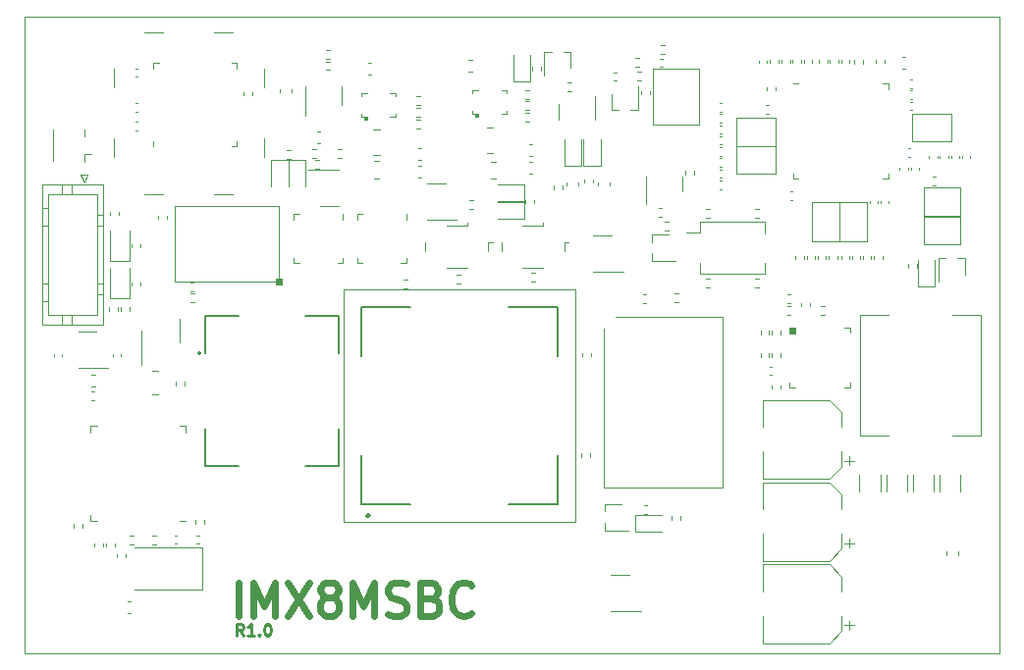
<source format=gbr>
%TF.GenerationSoftware,KiCad,Pcbnew,7.99.0-3958-g1df84f4d92*%
%TF.CreationDate,2023-12-24T01:25:56+01:00*%
%TF.ProjectId,SBC,5342432e-6b69-4636-9164-5f7063625858,rev?*%
%TF.SameCoordinates,Original*%
%TF.FileFunction,Legend,Top*%
%TF.FilePolarity,Positive*%
%FSLAX46Y46*%
G04 Gerber Fmt 4.6, Leading zero omitted, Abs format (unit mm)*
G04 Created by KiCad (PCBNEW 7.99.0-3958-g1df84f4d92) date 2023-12-24 01:25:56*
%MOMM*%
%LPD*%
G01*
G04 APERTURE LIST*
%ADD10C,0.250000*%
%ADD11C,0.600000*%
%ADD12C,0.120000*%
%ADD13C,0.100000*%
%ADD14C,0.127000*%
%ADD15C,0.200000*%
%ADD16C,0.240000*%
%TA.AperFunction,Profile*%
%ADD17C,0.100000*%
%TD*%
G04 APERTURE END LIST*
D10*
X76380128Y-130996033D02*
X76046795Y-130519842D01*
X75808700Y-130996033D02*
X75808700Y-129996033D01*
X75808700Y-129996033D02*
X76189652Y-129996033D01*
X76189652Y-129996033D02*
X76284890Y-130043652D01*
X76284890Y-130043652D02*
X76332509Y-130091271D01*
X76332509Y-130091271D02*
X76380128Y-130186509D01*
X76380128Y-130186509D02*
X76380128Y-130329366D01*
X76380128Y-130329366D02*
X76332509Y-130424604D01*
X76332509Y-130424604D02*
X76284890Y-130472223D01*
X76284890Y-130472223D02*
X76189652Y-130519842D01*
X76189652Y-130519842D02*
X75808700Y-130519842D01*
X77332509Y-130996033D02*
X76761081Y-130996033D01*
X77046795Y-130996033D02*
X77046795Y-129996033D01*
X77046795Y-129996033D02*
X76951557Y-130138890D01*
X76951557Y-130138890D02*
X76856319Y-130234128D01*
X76856319Y-130234128D02*
X76761081Y-130281747D01*
X77761081Y-130900794D02*
X77808700Y-130948414D01*
X77808700Y-130948414D02*
X77761081Y-130996033D01*
X77761081Y-130996033D02*
X77713462Y-130948414D01*
X77713462Y-130948414D02*
X77761081Y-130900794D01*
X77761081Y-130900794D02*
X77761081Y-130996033D01*
X78427747Y-129996033D02*
X78522985Y-129996033D01*
X78522985Y-129996033D02*
X78618223Y-130043652D01*
X78618223Y-130043652D02*
X78665842Y-130091271D01*
X78665842Y-130091271D02*
X78713461Y-130186509D01*
X78713461Y-130186509D02*
X78761080Y-130376985D01*
X78761080Y-130376985D02*
X78761080Y-130615080D01*
X78761080Y-130615080D02*
X78713461Y-130805556D01*
X78713461Y-130805556D02*
X78665842Y-130900794D01*
X78665842Y-130900794D02*
X78618223Y-130948414D01*
X78618223Y-130948414D02*
X78522985Y-130996033D01*
X78522985Y-130996033D02*
X78427747Y-130996033D01*
X78427747Y-130996033D02*
X78332509Y-130948414D01*
X78332509Y-130948414D02*
X78284890Y-130900794D01*
X78284890Y-130900794D02*
X78237271Y-130805556D01*
X78237271Y-130805556D02*
X78189652Y-130615080D01*
X78189652Y-130615080D02*
X78189652Y-130376985D01*
X78189652Y-130376985D02*
X78237271Y-130186509D01*
X78237271Y-130186509D02*
X78284890Y-130091271D01*
X78284890Y-130091271D02*
X78332509Y-130043652D01*
X78332509Y-130043652D02*
X78427747Y-129996033D01*
D11*
X75947880Y-129322909D02*
X75947880Y-126422909D01*
X77281213Y-129322909D02*
X77281213Y-126422909D01*
X77281213Y-126422909D02*
X78214547Y-128494337D01*
X78214547Y-128494337D02*
X79147880Y-126422909D01*
X79147880Y-126422909D02*
X79147880Y-129322909D01*
X80214547Y-126422909D02*
X82081213Y-129322909D01*
X82081213Y-126422909D02*
X80214547Y-129322909D01*
X83547880Y-127665766D02*
X83281214Y-127527671D01*
X83281214Y-127527671D02*
X83147880Y-127389575D01*
X83147880Y-127389575D02*
X83014547Y-127113385D01*
X83014547Y-127113385D02*
X83014547Y-126975290D01*
X83014547Y-126975290D02*
X83147880Y-126699099D01*
X83147880Y-126699099D02*
X83281214Y-126561004D01*
X83281214Y-126561004D02*
X83547880Y-126422909D01*
X83547880Y-126422909D02*
X84081214Y-126422909D01*
X84081214Y-126422909D02*
X84347880Y-126561004D01*
X84347880Y-126561004D02*
X84481214Y-126699099D01*
X84481214Y-126699099D02*
X84614547Y-126975290D01*
X84614547Y-126975290D02*
X84614547Y-127113385D01*
X84614547Y-127113385D02*
X84481214Y-127389575D01*
X84481214Y-127389575D02*
X84347880Y-127527671D01*
X84347880Y-127527671D02*
X84081214Y-127665766D01*
X84081214Y-127665766D02*
X83547880Y-127665766D01*
X83547880Y-127665766D02*
X83281214Y-127803861D01*
X83281214Y-127803861D02*
X83147880Y-127941956D01*
X83147880Y-127941956D02*
X83014547Y-128218147D01*
X83014547Y-128218147D02*
X83014547Y-128770528D01*
X83014547Y-128770528D02*
X83147880Y-129046718D01*
X83147880Y-129046718D02*
X83281214Y-129184814D01*
X83281214Y-129184814D02*
X83547880Y-129322909D01*
X83547880Y-129322909D02*
X84081214Y-129322909D01*
X84081214Y-129322909D02*
X84347880Y-129184814D01*
X84347880Y-129184814D02*
X84481214Y-129046718D01*
X84481214Y-129046718D02*
X84614547Y-128770528D01*
X84614547Y-128770528D02*
X84614547Y-128218147D01*
X84614547Y-128218147D02*
X84481214Y-127941956D01*
X84481214Y-127941956D02*
X84347880Y-127803861D01*
X84347880Y-127803861D02*
X84081214Y-127665766D01*
X85814547Y-129322909D02*
X85814547Y-126422909D01*
X85814547Y-126422909D02*
X86747881Y-128494337D01*
X86747881Y-128494337D02*
X87681214Y-126422909D01*
X87681214Y-126422909D02*
X87681214Y-129322909D01*
X88881214Y-129184814D02*
X89281214Y-129322909D01*
X89281214Y-129322909D02*
X89947881Y-129322909D01*
X89947881Y-129322909D02*
X90214547Y-129184814D01*
X90214547Y-129184814D02*
X90347881Y-129046718D01*
X90347881Y-129046718D02*
X90481214Y-128770528D01*
X90481214Y-128770528D02*
X90481214Y-128494337D01*
X90481214Y-128494337D02*
X90347881Y-128218147D01*
X90347881Y-128218147D02*
X90214547Y-128080052D01*
X90214547Y-128080052D02*
X89947881Y-127941956D01*
X89947881Y-127941956D02*
X89414547Y-127803861D01*
X89414547Y-127803861D02*
X89147881Y-127665766D01*
X89147881Y-127665766D02*
X89014547Y-127527671D01*
X89014547Y-127527671D02*
X88881214Y-127251480D01*
X88881214Y-127251480D02*
X88881214Y-126975290D01*
X88881214Y-126975290D02*
X89014547Y-126699099D01*
X89014547Y-126699099D02*
X89147881Y-126561004D01*
X89147881Y-126561004D02*
X89414547Y-126422909D01*
X89414547Y-126422909D02*
X90081214Y-126422909D01*
X90081214Y-126422909D02*
X90481214Y-126561004D01*
X92614548Y-127803861D02*
X93014548Y-127941956D01*
X93014548Y-127941956D02*
X93147881Y-128080052D01*
X93147881Y-128080052D02*
X93281214Y-128356242D01*
X93281214Y-128356242D02*
X93281214Y-128770528D01*
X93281214Y-128770528D02*
X93147881Y-129046718D01*
X93147881Y-129046718D02*
X93014548Y-129184814D01*
X93014548Y-129184814D02*
X92747881Y-129322909D01*
X92747881Y-129322909D02*
X91681214Y-129322909D01*
X91681214Y-129322909D02*
X91681214Y-126422909D01*
X91681214Y-126422909D02*
X92614548Y-126422909D01*
X92614548Y-126422909D02*
X92881214Y-126561004D01*
X92881214Y-126561004D02*
X93014548Y-126699099D01*
X93014548Y-126699099D02*
X93147881Y-126975290D01*
X93147881Y-126975290D02*
X93147881Y-127251480D01*
X93147881Y-127251480D02*
X93014548Y-127527671D01*
X93014548Y-127527671D02*
X92881214Y-127665766D01*
X92881214Y-127665766D02*
X92614548Y-127803861D01*
X92614548Y-127803861D02*
X91681214Y-127803861D01*
X96081214Y-129046718D02*
X95947881Y-129184814D01*
X95947881Y-129184814D02*
X95547881Y-129322909D01*
X95547881Y-129322909D02*
X95281214Y-129322909D01*
X95281214Y-129322909D02*
X94881214Y-129184814D01*
X94881214Y-129184814D02*
X94614548Y-128908623D01*
X94614548Y-128908623D02*
X94481214Y-128632433D01*
X94481214Y-128632433D02*
X94347881Y-128080052D01*
X94347881Y-128080052D02*
X94347881Y-127665766D01*
X94347881Y-127665766D02*
X94481214Y-127113385D01*
X94481214Y-127113385D02*
X94614548Y-126837194D01*
X94614548Y-126837194D02*
X94881214Y-126561004D01*
X94881214Y-126561004D02*
X95281214Y-126422909D01*
X95281214Y-126422909D02*
X95547881Y-126422909D01*
X95547881Y-126422909D02*
X95947881Y-126561004D01*
X95947881Y-126561004D02*
X96081214Y-126699099D01*
D12*
%TO.C,D4*%
X104074481Y-88175014D02*
X104074481Y-90460014D01*
X104074481Y-90460014D02*
X105544481Y-90460014D01*
X105544481Y-90460014D02*
X105544481Y-88175014D01*
%TO.C,R84*%
X96208722Y-93438814D02*
X95901440Y-93438814D01*
X96208722Y-94198814D02*
X95901440Y-94198814D01*
%TO.C,R107*%
X61768081Y-121658455D02*
X61768081Y-121351173D01*
X62528081Y-121658455D02*
X62528081Y-121351173D01*
%TO.C,J3*%
X59067481Y-92058014D02*
X59067481Y-104178014D01*
X59067481Y-94088014D02*
X59577481Y-94088014D01*
X59067481Y-95588014D02*
X59577481Y-95588014D01*
X59067481Y-100648014D02*
X59577481Y-100648014D01*
X59067481Y-102148014D02*
X59577481Y-102148014D01*
X59067481Y-104178014D02*
X64287481Y-104178014D01*
X59577481Y-92918014D02*
X59577481Y-103318014D01*
X59577481Y-103318014D02*
X63777481Y-103318014D01*
X60777481Y-92058014D02*
X60777481Y-92918014D01*
X60777481Y-104178014D02*
X60777481Y-103318014D01*
X61577481Y-92058014D02*
X61577481Y-92918014D01*
X61577481Y-104178014D02*
X61577481Y-103318014D01*
X62377481Y-91258014D02*
X62977481Y-91258014D01*
X62677481Y-91858014D02*
X62377481Y-91258014D01*
X62977481Y-91258014D02*
X62677481Y-91858014D01*
X63777481Y-92918014D02*
X59577481Y-92918014D01*
X63777481Y-103318014D02*
X63777481Y-92918014D01*
X64287481Y-92058014D02*
X59067481Y-92058014D01*
X64287481Y-94648014D02*
X63777481Y-94648014D01*
X64287481Y-95588014D02*
X63777481Y-95588014D01*
X64287481Y-100648014D02*
X63777481Y-100648014D01*
X64287481Y-101588014D02*
X63777481Y-101588014D01*
X64287481Y-104178014D02*
X64287481Y-92058014D01*
%TO.C,U14*%
X79452681Y-100424314D02*
X70452681Y-100424314D01*
X70452681Y-93924314D01*
X79452681Y-93924314D01*
X79452681Y-100424314D01*
X79702681Y-100674314D02*
X79202681Y-100674314D01*
X79202681Y-100174314D01*
X79702681Y-100174314D01*
X79702681Y-100674314D01*
G36*
X79702681Y-100674314D02*
G01*
X79202681Y-100674314D01*
X79202681Y-100174314D01*
X79702681Y-100174314D01*
X79702681Y-100674314D01*
G37*
%TO.C,U10*%
X107349481Y-96441014D02*
X106549481Y-96441014D01*
X107349481Y-96441014D02*
X108149481Y-96441014D01*
X107349481Y-99561014D02*
X106549481Y-99561014D01*
X107349481Y-99561014D02*
X109149481Y-99561014D01*
%TO.C,R77*%
X111237022Y-119735414D02*
X110929740Y-119735414D01*
X111237022Y-120495414D02*
X110929740Y-120495414D01*
%TO.C,C17*%
X121983462Y-109442192D02*
X121983462Y-109657864D01*
X122703462Y-109442192D02*
X122703462Y-109657864D01*
%TO.C,C60*%
X123747836Y-92670400D02*
X123532164Y-92670400D01*
X123747836Y-93390400D02*
X123532164Y-93390400D01*
%TO.C,R3*%
X121938462Y-104998669D02*
X121938462Y-104691387D01*
X122698462Y-104998669D02*
X122698462Y-104691387D01*
%TO.C,C327*%
X65522500Y-124022564D02*
X65522500Y-124238236D01*
X66242500Y-124022564D02*
X66242500Y-124238236D01*
%TO.C,R31*%
X105826481Y-91598393D02*
X105826481Y-91933635D01*
X106586481Y-91598393D02*
X106586481Y-91933635D01*
%TO.C,R86*%
X71873840Y-101438014D02*
X72181122Y-101438014D01*
X71873840Y-102198014D02*
X72181122Y-102198014D01*
%TO.C,C54*%
X117651298Y-91752527D02*
X117435626Y-91752527D01*
X117651298Y-92472527D02*
X117435626Y-92472527D01*
%TO.C,C317*%
X63560000Y-123085064D02*
X63560000Y-123300736D01*
X64280000Y-123085064D02*
X64280000Y-123300736D01*
%TO.C,C34*%
X128883462Y-98249692D02*
X128883462Y-98465364D01*
X129603462Y-98249692D02*
X129603462Y-98465364D01*
%TO.C,D5*%
X134579881Y-98563614D02*
X134579881Y-100848614D01*
X134579881Y-100848614D02*
X136049881Y-100848614D01*
X136049881Y-100848614D02*
X136049881Y-98563614D01*
%TO.C,U5*%
X86552481Y-84220014D02*
X87052481Y-84220014D01*
X86552481Y-84470014D02*
X86552481Y-84220014D01*
X86552481Y-85970014D02*
X86552481Y-86220014D01*
X86552481Y-86220014D02*
X87052481Y-86220014D01*
X89052481Y-86220014D02*
X89552481Y-86220014D01*
X89552481Y-84220014D02*
X89052481Y-84220014D01*
X89552481Y-84470014D02*
X89552481Y-84220014D01*
X89552481Y-86220014D02*
X89552481Y-85970014D01*
X86802481Y-86470014D02*
X87052481Y-86470014D01*
X87052481Y-86220014D01*
X86802481Y-86220014D01*
X86802481Y-86470014D01*
G36*
X86802481Y-86470014D02*
G01*
X87052481Y-86470014D01*
X87052481Y-86220014D01*
X86802481Y-86220014D01*
X86802481Y-86470014D01*
G37*
%TO.C,R109*%
X66936141Y-122350400D02*
X66628859Y-122350400D01*
X66936141Y-123110400D02*
X66628859Y-123110400D01*
%TO.C,R23*%
X83559860Y-81438014D02*
X83895102Y-81438014D01*
X83559860Y-82198014D02*
X83895102Y-82198014D01*
%TO.C,R90*%
X64860000Y-94703641D02*
X64860000Y-94396359D01*
X65620000Y-94703641D02*
X65620000Y-94396359D01*
%TO.C,C63*%
X110733000Y-84235836D02*
X110733000Y-84020164D01*
X111453000Y-84235836D02*
X111453000Y-84020164D01*
%TO.C,R9*%
X129078462Y-81613669D02*
X129078462Y-81306387D01*
X129838462Y-81613669D02*
X129838462Y-81306387D01*
%TO.C,C39*%
X129833462Y-98249692D02*
X129833462Y-98465364D01*
X130553462Y-98249692D02*
X130553462Y-98465364D01*
%TO.C,U19*%
X68617481Y-81558014D02*
X69092481Y-81558014D01*
X68617481Y-82033014D02*
X68617481Y-81558014D01*
X68617481Y-88303014D02*
X68617481Y-88778014D01*
X75837481Y-81558014D02*
X75362481Y-81558014D01*
X75837481Y-82033014D02*
X75837481Y-81558014D01*
X75837481Y-88303014D02*
X75837481Y-88778014D01*
X75837481Y-88778014D02*
X75362481Y-88778014D01*
%TO.C,C38*%
X137420000Y-89602564D02*
X137420000Y-89818236D01*
X138140000Y-89602564D02*
X138140000Y-89818236D01*
%TO.C,C59*%
X130395962Y-93462192D02*
X130395962Y-93677864D01*
X131115962Y-93462192D02*
X131115962Y-93677864D01*
%TO.C,L5*%
X125393462Y-96975028D02*
X127793462Y-96975028D01*
X127793462Y-93575028D01*
X125393462Y-93575028D01*
X125393462Y-96975028D01*
%TO.C,C62*%
X133878126Y-84910028D02*
X134093798Y-84910028D01*
X133878126Y-85630028D02*
X134093798Y-85630028D01*
%TO.C,U2*%
X123483462Y-109630028D02*
X123483462Y-109155028D01*
X123958462Y-109630028D02*
X123483462Y-109630028D01*
X128228462Y-104410028D02*
X128703462Y-104410028D01*
X128228462Y-109630028D02*
X128703462Y-109630028D01*
X128703462Y-104410028D02*
X128703462Y-104885028D01*
X128703462Y-109630028D02*
X128703462Y-109155028D01*
D13*
X123493462Y-104420028D02*
X123993462Y-104420028D01*
X123993462Y-104920028D01*
X123493462Y-104920028D01*
X123493462Y-104420028D01*
G36*
X123493462Y-104420028D02*
G01*
X123993462Y-104420028D01*
X123993462Y-104920028D01*
X123493462Y-104920028D01*
X123493462Y-104420028D01*
G37*
D12*
%TO.C,C1*%
X122001298Y-107810028D02*
X121785626Y-107810028D01*
X122001298Y-108530028D02*
X121785626Y-108530028D01*
%TO.C,R1*%
X121938462Y-106923669D02*
X121938462Y-106616387D01*
X122698462Y-106923669D02*
X122698462Y-106616387D01*
%TO.C,U12*%
X107485000Y-118190400D02*
X107485000Y-104470400D01*
X108485000Y-103470400D02*
X117705000Y-103470400D01*
X117705000Y-103470400D02*
X117705000Y-118190400D01*
X117705000Y-118190400D02*
X107485000Y-118190400D01*
%TO.C,J2*%
X65194481Y-82105014D02*
X65194481Y-83705014D01*
X65194481Y-88105014D02*
X65194481Y-89705014D01*
X67894481Y-78925014D02*
X69494481Y-78925014D01*
X67894481Y-92885014D02*
X69494481Y-92885014D01*
X73894481Y-78925014D02*
X75494481Y-78925014D01*
X73894481Y-92885014D02*
X75494481Y-92885014D01*
X78194481Y-82105014D02*
X78194481Y-83705014D01*
X78194481Y-88105014D02*
X78194481Y-89705014D01*
%TO.C,C316*%
X67285317Y-85058014D02*
X67069645Y-85058014D01*
X67285317Y-85778014D02*
X67069645Y-85778014D01*
%TO.C,C75*%
X91467901Y-90425014D02*
X91749061Y-90425014D01*
X91467901Y-91445014D02*
X91749061Y-91445014D01*
%TO.C,R17*%
X110660621Y-82348000D02*
X110325379Y-82348000D01*
X110660621Y-83108000D02*
X110325379Y-83108000D01*
%TO.C,R14*%
X123763462Y-81291387D02*
X123763462Y-81598669D01*
X124523462Y-81291387D02*
X124523462Y-81598669D01*
%TO.C,C46*%
X129533462Y-117133776D02*
X129533462Y-118556280D01*
X131353462Y-117133776D02*
X131353462Y-118556280D01*
%TO.C,R67*%
X111146641Y-101544200D02*
X110839359Y-101544200D01*
X111146641Y-102304200D02*
X110839359Y-102304200D01*
%TO.C,D8*%
X98305081Y-95036414D02*
X100590081Y-95036414D01*
X100590081Y-93566414D02*
X98305081Y-93566414D01*
X100590081Y-95036414D02*
X100590081Y-93566414D01*
%TO.C,R7*%
X124495481Y-102266973D02*
X124495481Y-102574255D01*
X125255481Y-102266973D02*
X125255481Y-102574255D01*
%TO.C,L1*%
X118918462Y-86325028D02*
X122318462Y-86325028D01*
X122318462Y-88725028D01*
X118918462Y-88725028D01*
X118918462Y-86325028D01*
%TO.C,U15*%
X86215481Y-94645214D02*
X86690481Y-94645214D01*
X86215481Y-95120214D02*
X86215481Y-94645214D01*
X86215481Y-98390214D02*
X86215481Y-98865214D01*
X86215481Y-98865214D02*
X86690481Y-98865214D01*
X90435481Y-95120214D02*
X90435481Y-94645214D01*
X90435481Y-98390214D02*
X90435481Y-98865214D01*
X90435481Y-98865214D02*
X89960481Y-98865214D01*
%TO.C,R89*%
X80444522Y-89094314D02*
X80137240Y-89094314D01*
X80444522Y-89854314D02*
X80137240Y-89854314D01*
%TO.C,C287*%
X133481061Y-81035014D02*
X133199901Y-81035014D01*
X133481061Y-82055014D02*
X133199901Y-82055014D01*
%TO.C,R59*%
X114485481Y-90891373D02*
X114485481Y-91198655D01*
X115245481Y-90891373D02*
X115245481Y-91198655D01*
%TO.C,C49*%
X117651298Y-89815861D02*
X117435626Y-89815861D01*
X117651298Y-90535861D02*
X117435626Y-90535861D01*
%TO.C,R10*%
X122813462Y-81598669D02*
X122813462Y-81291387D01*
X123573462Y-81598669D02*
X123573462Y-81291387D01*
%TO.C,C20*%
X121183462Y-117760028D02*
X121183462Y-120110028D01*
X121183462Y-124580028D02*
X121183462Y-122230028D01*
X126939025Y-117760028D02*
X121183462Y-117760028D01*
X126939025Y-124580028D02*
X121183462Y-124580028D01*
X128003462Y-118824465D02*
X126939025Y-117760028D01*
X128003462Y-118824465D02*
X128003462Y-120110028D01*
X128003462Y-123515591D02*
X126939025Y-124580028D01*
X128003462Y-123515591D02*
X128003462Y-122230028D01*
X128637212Y-123411278D02*
X128637212Y-122623778D01*
X129030962Y-123017528D02*
X128243462Y-123017528D01*
%TO.C,C85*%
X101046706Y-90074214D02*
X101327866Y-90074214D01*
X101046706Y-91094214D02*
X101327866Y-91094214D01*
%TO.C,L4*%
X137468462Y-88325028D02*
X134068462Y-88325028D01*
X134068462Y-85925028D01*
X137468462Y-85925028D01*
X137468462Y-88325028D01*
%TO.C,C44*%
X117651298Y-88847528D02*
X117435626Y-88847528D01*
X117651298Y-89567528D02*
X117435626Y-89567528D01*
%TO.C,C73*%
X82728901Y-87523514D02*
X83010061Y-87523514D01*
X82728901Y-88543514D02*
X83010061Y-88543514D01*
%TO.C,D7*%
X98305081Y-93537814D02*
X100590081Y-93537814D01*
X100590081Y-92067814D02*
X98305081Y-92067814D01*
X100590081Y-93537814D02*
X100590081Y-92067814D01*
%TO.C,Q3*%
X102321767Y-80617095D02*
X102321767Y-82647095D01*
X102321767Y-80617095D02*
X102981767Y-80617095D01*
X103981767Y-80617095D02*
X104641767Y-80617095D01*
X104641767Y-82027095D02*
X104641767Y-80617095D01*
%TO.C,C53*%
X131345962Y-93462192D02*
X131345962Y-93677864D01*
X132065962Y-93462192D02*
X132065962Y-93677864D01*
%TO.C,C315*%
X67285317Y-86658014D02*
X67069645Y-86658014D01*
X67285317Y-87378014D02*
X67069645Y-87378014D01*
%TO.C,C26*%
X127958462Y-81337192D02*
X127958462Y-81552864D01*
X128678462Y-81337192D02*
X128678462Y-81552864D01*
%TO.C,FB8*%
X63257221Y-108482900D02*
X63582779Y-108482900D01*
X63257221Y-109502900D02*
X63582779Y-109502900D01*
%TO.C,R25*%
X91649102Y-86491014D02*
X91313860Y-86491014D01*
X91649102Y-87251014D02*
X91313860Y-87251014D01*
%TO.C,C64*%
X65110000Y-106886298D02*
X65110000Y-106670626D01*
X65830000Y-106886298D02*
X65830000Y-106670626D01*
%TO.C,R79*%
X116291040Y-94183014D02*
X116598322Y-94183014D01*
X116291040Y-94943014D02*
X116598322Y-94943014D01*
%TO.C,L2*%
X118918462Y-88725028D02*
X122318462Y-88725028D01*
X122318462Y-91125028D01*
X118918462Y-91125028D01*
X118918462Y-88725028D01*
%TO.C,C76*%
X87149901Y-81535014D02*
X87431061Y-81535014D01*
X87149901Y-82555014D02*
X87431061Y-82555014D01*
D14*
%TO.C,U13*%
X73100000Y-103375000D02*
X73100000Y-106625000D01*
X73100000Y-103375000D02*
X75975000Y-103375000D01*
X73100000Y-116375000D02*
X73100000Y-113125000D01*
X73100000Y-116375000D02*
X75975000Y-116375000D01*
X84600000Y-103375000D02*
X81725000Y-103375000D01*
X84600000Y-103375000D02*
X84600000Y-106625000D01*
X84600000Y-116375000D02*
X81725000Y-116375000D01*
X84600000Y-116375000D02*
X84600000Y-113125000D01*
D15*
X72700000Y-106625000D02*
G75*
G02*
X72500000Y-106625000I-100000J0D01*
G01*
X72500000Y-106625000D02*
G75*
G02*
X72700000Y-106625000I100000J0D01*
G01*
D12*
%TO.C,R12*%
X121813462Y-81291387D02*
X121813462Y-81598669D01*
X122573462Y-81291387D02*
X122573462Y-81598669D01*
%TO.C,R19*%
X84557360Y-89038014D02*
X84892602Y-89038014D01*
X84557360Y-89798014D02*
X84892602Y-89798014D01*
%TO.C,C77*%
X91467901Y-88901014D02*
X91749061Y-88901014D01*
X91467901Y-89921014D02*
X91749061Y-89921014D01*
%TO.C,C27*%
X121183462Y-110660028D02*
X121183462Y-113010028D01*
X121183462Y-117480028D02*
X121183462Y-115130028D01*
X126939025Y-110660028D02*
X121183462Y-110660028D01*
X126939025Y-117480028D02*
X121183462Y-117480028D01*
X128003462Y-111724465D02*
X126939025Y-110660028D01*
X128003462Y-111724465D02*
X128003462Y-113010028D01*
X128003462Y-116415591D02*
X126939025Y-117480028D01*
X128003462Y-116415591D02*
X128003462Y-115130028D01*
X128637212Y-116311278D02*
X128637212Y-115523778D01*
X129030962Y-115917528D02*
X128243462Y-115917528D01*
%TO.C,R75*%
X133690281Y-99237855D02*
X133690281Y-98930573D01*
X134450281Y-99237855D02*
X134450281Y-98930573D01*
%TO.C,R2*%
X120988462Y-106923669D02*
X120988462Y-106616387D01*
X121748462Y-106923669D02*
X121748462Y-106616387D01*
%TO.C,R78*%
X120528840Y-94183014D02*
X120836122Y-94183014D01*
X120528840Y-94943014D02*
X120836122Y-94943014D01*
%TO.C,L3*%
X127793462Y-96975028D02*
X130193462Y-96975028D01*
X130193462Y-93575028D01*
X127793462Y-93575028D01*
X127793462Y-96975028D01*
%TO.C,Q7*%
X111664681Y-97019814D02*
X111664681Y-96359814D01*
X111664681Y-98679814D02*
X111664681Y-98019814D01*
X111664681Y-98679814D02*
X113694681Y-98679814D01*
X113074681Y-96359814D02*
X111664681Y-96359814D01*
%TO.C,C50*%
X117651298Y-86947528D02*
X117435626Y-86947528D01*
X117651298Y-87667528D02*
X117435626Y-87667528D01*
%TO.C,C80*%
X106966481Y-92163594D02*
X106966481Y-91882434D01*
X107986481Y-92163594D02*
X107986481Y-91882434D01*
%TO.C,U6*%
X67631281Y-104659014D02*
X67631281Y-107659014D01*
X70871281Y-103659014D02*
X70871281Y-105659014D01*
%TO.C,R35*%
X90239240Y-100296814D02*
X90546522Y-100296814D01*
X90239240Y-101056814D02*
X90546522Y-101056814D01*
%TO.C,C290*%
X137057200Y-124028180D02*
X137057200Y-123747020D01*
X138077200Y-124028180D02*
X138077200Y-123747020D01*
%TO.C,R18*%
X82645102Y-89038014D02*
X82309860Y-89038014D01*
X82645102Y-89798014D02*
X82309860Y-89798014D01*
%TO.C,C32*%
X126883462Y-98249692D02*
X126883462Y-98465364D01*
X127603462Y-98249692D02*
X127603462Y-98465364D01*
%TO.C,R57*%
X121535481Y-83641373D02*
X121535481Y-83948655D01*
X122295481Y-83641373D02*
X122295481Y-83948655D01*
%TO.C,R81*%
X116291040Y-100177414D02*
X116598322Y-100177414D01*
X116291040Y-100937414D02*
X116598322Y-100937414D01*
%TO.C,C16*%
X134093798Y-83010028D02*
X133878126Y-83010028D01*
X134093798Y-83730028D02*
X133878126Y-83730028D01*
%TO.C,L7*%
X68541629Y-108160414D02*
X69064133Y-108160414D01*
X68541629Y-110160414D02*
X69064133Y-110160414D01*
%TO.C,SW2*%
X135115481Y-94845014D02*
X138215481Y-94845014D01*
X138215481Y-97245014D01*
X135115481Y-97245014D01*
X135115481Y-94845014D01*
%TO.C,R108*%
X68528859Y-122350400D02*
X68836141Y-122350400D01*
X68528859Y-123110400D02*
X68836141Y-123110400D01*
%TO.C,SW1*%
X135115481Y-92345014D02*
X138215481Y-92345014D01*
X138215481Y-94745014D01*
X135115481Y-94745014D01*
X135115481Y-92345014D01*
%TO.C,C48*%
X120833462Y-81572864D02*
X120833462Y-81357192D01*
X121553462Y-81572864D02*
X121553462Y-81357192D01*
%TO.C,C42*%
X131833462Y-117133776D02*
X131833462Y-118556280D01*
X133653462Y-117133776D02*
X133653462Y-118556280D01*
%TO.C,R58*%
X136119122Y-91365014D02*
X135811840Y-91365014D01*
X136119122Y-92125014D02*
X135811840Y-92125014D01*
%TO.C,D10*%
X64870000Y-98690000D02*
X64870000Y-96030000D01*
X64870000Y-98690000D02*
X66570000Y-98690000D01*
X66570000Y-98690000D02*
X66570000Y-96030000D01*
%TO.C,L6*%
X129613462Y-103340028D02*
X129613462Y-113700028D01*
X129613462Y-113700028D02*
X132018462Y-113700028D01*
X132018462Y-103340028D02*
X129613462Y-103340028D01*
X137568462Y-103340028D02*
X139973462Y-103340028D01*
X139973462Y-103340028D02*
X139973462Y-113700028D01*
X139973462Y-113700028D02*
X137568462Y-113700028D01*
D14*
%TO.C,U9*%
X86545000Y-102655400D02*
X90795000Y-102655400D01*
X86545000Y-106905400D02*
X86545000Y-102655400D01*
X86545000Y-119655400D02*
X86545000Y-115405400D01*
X90795000Y-119655400D02*
X86545000Y-119655400D01*
X99295000Y-102655400D02*
X103545000Y-102655400D01*
X103545000Y-102655400D02*
X103545000Y-106905400D01*
X103545000Y-115405400D02*
X103545000Y-119655400D01*
X103545000Y-119655400D02*
X99295000Y-119655400D01*
D16*
X87265000Y-120655400D02*
G75*
G02*
X87025000Y-120655400I-120000J0D01*
G01*
X87025000Y-120655400D02*
G75*
G02*
X87265000Y-120655400I120000J0D01*
G01*
D12*
%TO.C,D2*%
X99698767Y-80928095D02*
X99698767Y-83213095D01*
X99698767Y-83213095D02*
X101168767Y-83213095D01*
X101168767Y-83213095D02*
X101168767Y-80928095D01*
%TO.C,U7*%
X96141767Y-83960228D02*
X96641767Y-83960228D01*
X96141767Y-84210228D02*
X96141767Y-83960228D01*
X96141767Y-85710228D02*
X96141767Y-85960228D01*
X96141767Y-85960228D02*
X96641767Y-85960228D01*
X98641767Y-85960228D02*
X99141767Y-85960228D01*
X99141767Y-83960228D02*
X98641767Y-83960228D01*
X99141767Y-84210228D02*
X99141767Y-83960228D01*
X99141767Y-85960228D02*
X99141767Y-85710228D01*
X96391767Y-86210228D02*
X96641767Y-86210228D01*
X96641767Y-85960228D01*
X96391767Y-85960228D01*
X96391767Y-86210228D01*
G36*
X96391767Y-86210228D02*
G01*
X96641767Y-86210228D01*
X96641767Y-85960228D01*
X96391767Y-85960228D01*
X96391767Y-86210228D01*
G37*
%TO.C,C61*%
X133690626Y-88965028D02*
X133906298Y-88965028D01*
X133690626Y-89685028D02*
X133906298Y-89685028D01*
%TO.C,HS1*%
X85046000Y-101155400D02*
X105046000Y-101155400D01*
X105046000Y-121155400D01*
X85046000Y-121155400D01*
X85046000Y-101155400D01*
%TO.C,U3*%
X62945000Y-104748462D02*
X62145000Y-104748462D01*
X62945000Y-104748462D02*
X63745000Y-104748462D01*
X62945000Y-107868462D02*
X62145000Y-107868462D01*
X62945000Y-107868462D02*
X64745000Y-107868462D01*
%TO.C,R27*%
X101059388Y-83930228D02*
X100724146Y-83930228D01*
X101059388Y-84690228D02*
X100724146Y-84690228D01*
%TO.C,C45*%
X117651298Y-87897528D02*
X117435626Y-87897528D01*
X117651298Y-88617528D02*
X117435626Y-88617528D01*
%TO.C,U1*%
X123783462Y-91580028D02*
X123783462Y-91105028D01*
X124258462Y-83360028D02*
X123783462Y-83360028D01*
X124258462Y-91580028D02*
X123783462Y-91580028D01*
X131528462Y-83360028D02*
X132003462Y-83360028D01*
X131528462Y-91580028D02*
X132003462Y-91580028D01*
X132003462Y-83360028D02*
X132003462Y-83835028D01*
X132003462Y-91580028D02*
X132003462Y-91105028D01*
%TO.C,C288*%
X66424901Y-128035014D02*
X66706061Y-128035014D01*
X66424901Y-129055014D02*
X66706061Y-129055014D01*
%TO.C,C57*%
X108335164Y-82393014D02*
X108550836Y-82393014D01*
X108335164Y-83113014D02*
X108550836Y-83113014D01*
%TO.C,R20*%
X70531081Y-109094393D02*
X70531081Y-109429635D01*
X71291081Y-109094393D02*
X71291081Y-109429635D01*
%TO.C,R93*%
X65820000Y-102993641D02*
X65820000Y-102686359D01*
X66580000Y-102993641D02*
X66580000Y-102686359D01*
%TO.C,R13*%
X124713462Y-81291387D02*
X124713462Y-81598669D01*
X125473462Y-81291387D02*
X125473462Y-81598669D01*
%TO.C,C52*%
X117651298Y-85047528D02*
X117435626Y-85047528D01*
X117651298Y-85767528D02*
X117435626Y-85767528D01*
%TO.C,C58*%
X130958462Y-81552864D02*
X130958462Y-81337192D01*
X131678462Y-81552864D02*
X131678462Y-81337192D01*
%TO.C,R92*%
X64847481Y-102993641D02*
X64847481Y-102686359D01*
X65607481Y-102993641D02*
X65607481Y-102686359D01*
%TO.C,C23*%
X127933462Y-98249692D02*
X127933462Y-98465364D01*
X128653462Y-98249692D02*
X128653462Y-98465364D01*
%TO.C,SH2*%
X98193831Y-90075228D02*
X97739703Y-90075228D01*
X98193831Y-91545228D02*
X97739703Y-91545228D01*
%TO.C,C33*%
X135510000Y-89602564D02*
X135510000Y-89818236D01*
X136230000Y-89602564D02*
X136230000Y-89818236D01*
%TO.C,R15*%
X112714102Y-80022014D02*
X112378860Y-80022014D01*
X112714102Y-80782014D02*
X112378860Y-80782014D01*
%TO.C,C29*%
X125933462Y-98249692D02*
X125933462Y-98465364D01*
X126653462Y-98249692D02*
X126653462Y-98465364D01*
%TO.C,C40*%
X134133462Y-117133776D02*
X134133462Y-118556280D01*
X135953462Y-117133776D02*
X135953462Y-118556280D01*
%TO.C,R106*%
X64540000Y-123346541D02*
X64540000Y-123039259D01*
X65300000Y-123346541D02*
X65300000Y-123039259D01*
%TO.C,C81*%
X104299481Y-92163594D02*
X104299481Y-91882434D01*
X105319481Y-92163594D02*
X105319481Y-91882434D01*
%TO.C,Q2*%
X115705481Y-82110014D02*
X111705481Y-82110014D01*
X111705481Y-86860014D01*
X115705481Y-86860014D01*
X115705481Y-82110014D01*
%TO.C,Q4*%
X108909481Y-125736014D02*
X108109481Y-125736014D01*
X108909481Y-125736014D02*
X109709481Y-125736014D01*
X108909481Y-128856014D02*
X108109481Y-128856014D01*
X108909481Y-128856014D02*
X110709481Y-128856014D01*
%TO.C,R88*%
X66770000Y-97513641D02*
X66770000Y-97206359D01*
X67530000Y-97513641D02*
X67530000Y-97206359D01*
%TO.C,Y5*%
X66982500Y-127030400D02*
X72882500Y-127030400D01*
X72882500Y-123430400D02*
X66982500Y-123430400D01*
X72882500Y-127030400D02*
X72882500Y-123430400D01*
%TO.C,R28*%
X104723102Y-83261014D02*
X104387860Y-83261014D01*
X104723102Y-84021014D02*
X104387860Y-84021014D01*
%TO.C,C55*%
X117651298Y-85997528D02*
X117435626Y-85997528D01*
X117651298Y-86717528D02*
X117435626Y-86717528D01*
%TO.C,SH1*%
X88115045Y-90073014D02*
X87660917Y-90073014D01*
X88115045Y-91543014D02*
X87660917Y-91543014D01*
%TO.C,R91*%
X66790000Y-100803641D02*
X66790000Y-100496359D01*
X67550000Y-100803641D02*
X67550000Y-100496359D01*
%TO.C,C319*%
X72374664Y-122370400D02*
X72590336Y-122370400D01*
X72374664Y-123090400D02*
X72590336Y-123090400D01*
%TO.C,U17*%
X63210000Y-112920400D02*
X63210000Y-113470400D01*
X63210000Y-121140400D02*
X63210000Y-120590400D01*
X63760000Y-112920400D02*
X63210000Y-112920400D01*
X63760000Y-121140400D02*
X63210000Y-121140400D01*
X70880000Y-112920400D02*
X71430000Y-112920400D01*
X70880000Y-121140400D02*
X71430000Y-121140400D01*
X71430000Y-112920400D02*
X71430000Y-113470400D01*
%TO.C,R30*%
X100724146Y-84905228D02*
X101059388Y-84905228D01*
X100724146Y-85665228D02*
X101059388Y-85665228D01*
%TO.C,C69*%
X60060000Y-106886298D02*
X60060000Y-106670626D01*
X60780000Y-106886298D02*
X60780000Y-106670626D01*
%TO.C,D11*%
X80292481Y-89970514D02*
X80292481Y-92255514D01*
X81762481Y-89970514D02*
X80292481Y-89970514D01*
X81762481Y-92255514D02*
X81762481Y-89970514D01*
%TO.C,C24*%
X126983462Y-81337192D02*
X126983462Y-81552864D01*
X127703462Y-81337192D02*
X127703462Y-81552864D01*
%TO.C,R66*%
X105523000Y-115300559D02*
X105523000Y-115607841D01*
X106283000Y-115300559D02*
X106283000Y-115607841D01*
%TO.C,SW3*%
X114614481Y-96230014D02*
X115804481Y-96230014D01*
X115804481Y-95315014D02*
X115804481Y-96230014D01*
X115804481Y-95315014D02*
X121325481Y-95315014D01*
X115804481Y-98800014D02*
X115804481Y-99775014D01*
X115804481Y-99775014D02*
X121325481Y-99775014D01*
X121325481Y-95315014D02*
X121325481Y-96290014D01*
X121325481Y-98800014D02*
X121325481Y-99775014D01*
%TO.C,C311*%
X67285317Y-82058014D02*
X67069645Y-82058014D01*
X67285317Y-82778014D02*
X67069645Y-82778014D01*
%TO.C,R60*%
X112211840Y-94065014D02*
X112519122Y-94065014D01*
X112211840Y-94825014D02*
X112519122Y-94825014D01*
%TO.C,Q8*%
X93009081Y-91954014D02*
X92209081Y-91954014D01*
X93009081Y-91954014D02*
X93809081Y-91954014D01*
X93009081Y-95074014D02*
X92209081Y-95074014D01*
X93009081Y-95074014D02*
X94809081Y-95074014D01*
%TO.C,R80*%
X120528840Y-100152014D02*
X120836122Y-100152014D01*
X120528840Y-100912014D02*
X120836122Y-100912014D01*
%TO.C,R22*%
X83559860Y-80438014D02*
X83895102Y-80438014D01*
X83559860Y-81198014D02*
X83895102Y-81198014D01*
%TO.C,R26*%
X91313860Y-85475014D02*
X91649102Y-85475014D01*
X91313860Y-86235014D02*
X91649102Y-86235014D01*
%TO.C,Q6*%
X107575381Y-120286214D02*
X107575381Y-119626214D01*
X107575381Y-121946214D02*
X107575381Y-121286214D01*
X107575381Y-121946214D02*
X109605381Y-121946214D01*
X108985381Y-119626214D02*
X107575381Y-119626214D01*
%TO.C,L8*%
X87626729Y-87285014D02*
X88149233Y-87285014D01*
X87626729Y-89505014D02*
X88149233Y-89505014D01*
%TO.C,C31*%
X130783462Y-98249692D02*
X130783462Y-98465364D01*
X131503462Y-98249692D02*
X131503462Y-98465364D01*
%TO.C,U8*%
X103564481Y-85150014D02*
X103564481Y-86450014D01*
X106684481Y-86450014D02*
X106684481Y-84450014D01*
%TO.C,C56*%
X112550836Y-81203000D02*
X112335164Y-81203000D01*
X112550836Y-81923000D02*
X112335164Y-81923000D01*
%TO.C,D6*%
X110207981Y-120599614D02*
X110207981Y-122069614D01*
X110207981Y-122069614D02*
X112492981Y-122069614D01*
X112492981Y-120599614D02*
X110207981Y-120599614D01*
%TO.C,C309*%
X70690336Y-122370400D02*
X70474664Y-122370400D01*
X70690336Y-123090400D02*
X70474664Y-123090400D01*
%TO.C,R87*%
X69047481Y-94754373D02*
X69047481Y-95061655D01*
X69807481Y-94754373D02*
X69807481Y-95061655D01*
%TO.C,R95*%
X72240000Y-121049259D02*
X72240000Y-121356541D01*
X73000000Y-121049259D02*
X73000000Y-121356541D01*
%TO.C,D9*%
X64860000Y-101900000D02*
X64860000Y-99240000D01*
X64860000Y-101900000D02*
X66560000Y-101900000D01*
X66560000Y-101900000D02*
X66560000Y-99240000D01*
%TO.C,R24*%
X101323767Y-81941474D02*
X101323767Y-82276716D01*
X102083767Y-81941474D02*
X102083767Y-82276716D01*
%TO.C,R85*%
X71798840Y-100538014D02*
X72106122Y-100538014D01*
X71798840Y-101298014D02*
X72106122Y-101298014D01*
%TO.C,C37*%
X124033462Y-98249692D02*
X124033462Y-98465364D01*
X124753462Y-98249692D02*
X124753462Y-98465364D01*
%TO.C,Q5*%
X136313881Y-98405014D02*
X136313881Y-100435014D01*
X136313881Y-98405014D02*
X136973881Y-98405014D01*
X137973881Y-98405014D02*
X138633881Y-98405014D01*
X138633881Y-99815014D02*
X138633881Y-98405014D01*
%TO.C,Y1*%
X92108481Y-97823014D02*
X92108481Y-97023014D01*
X93908481Y-95623014D02*
X95708481Y-95623014D01*
X95708481Y-95623014D02*
X95708481Y-95383014D01*
X95708481Y-99223014D02*
X93908481Y-99223014D01*
X97508481Y-97023014D02*
X97508481Y-97823014D01*
X97908481Y-97023014D02*
X97508481Y-97023014D01*
%TO.C,U16*%
X80764481Y-94629814D02*
X81239481Y-94629814D01*
X80764481Y-95104814D02*
X80764481Y-94629814D01*
X80764481Y-98374814D02*
X80764481Y-98849814D01*
X80764481Y-98849814D02*
X81239481Y-98849814D01*
X84984481Y-95104814D02*
X84984481Y-94629814D01*
X84984481Y-98374814D02*
X84984481Y-98849814D01*
X84984481Y-98849814D02*
X84509481Y-98849814D01*
%TO.C,L9*%
X97380515Y-87162814D02*
X97903019Y-87162814D01*
X97380515Y-89382814D02*
X97903019Y-89382814D01*
%TO.C,Y2*%
X98658481Y-97823014D02*
X98658481Y-97023014D01*
X100458481Y-95623014D02*
X102258481Y-95623014D01*
X102258481Y-95623014D02*
X102258481Y-95383014D01*
X102258481Y-99223014D02*
X100458481Y-99223014D01*
X104058481Y-97023014D02*
X104058481Y-97823014D01*
X104458481Y-97023014D02*
X104058481Y-97023014D01*
%TO.C,D3*%
X105725481Y-88175014D02*
X105725481Y-90460014D01*
X105725481Y-90460014D02*
X107195481Y-90460014D01*
X107195481Y-90460014D02*
X107195481Y-88175014D01*
%TO.C,R68*%
X113569359Y-101484200D02*
X113876641Y-101484200D01*
X113569359Y-102244200D02*
X113876641Y-102244200D01*
%TO.C,C18*%
X132983462Y-90597192D02*
X132983462Y-90812864D01*
X133703462Y-90597192D02*
X133703462Y-90812864D01*
%TO.C,R29*%
X101059388Y-85880228D02*
X100724146Y-85880228D01*
X101059388Y-86640228D02*
X100724146Y-86640228D01*
%TO.C,D12*%
X78819281Y-89985114D02*
X78819281Y-92270114D01*
X80289281Y-89985114D02*
X78819281Y-89985114D01*
X80289281Y-92270114D02*
X80289281Y-89985114D01*
%TO.C,J4*%
X59953481Y-90049014D02*
X59953481Y-87349014D01*
X62673481Y-87299014D02*
X62673481Y-87939014D01*
X62673481Y-89459014D02*
X63303481Y-89459014D01*
X62673481Y-90099014D02*
X62673481Y-89459014D01*
%TO.C,R53*%
X95089122Y-99837014D02*
X94781840Y-99837014D01*
X95089122Y-100597014D02*
X94781840Y-100597014D01*
%TO.C,R21*%
X91649102Y-84459014D02*
X91313860Y-84459014D01*
X91649102Y-85219014D02*
X91313860Y-85219014D01*
%TO.C,C321*%
X63507836Y-109932900D02*
X63292164Y-109932900D01*
X63507836Y-110652900D02*
X63292164Y-110652900D01*
%TO.C,R16*%
X110510621Y-81183000D02*
X110175379Y-81183000D01*
X110510621Y-81943000D02*
X110175379Y-81943000D01*
%TO.C,C313*%
X76417481Y-84325850D02*
X76417481Y-84110178D01*
X77137481Y-84325850D02*
X77137481Y-84110178D01*
%TO.C,C14*%
X134093798Y-83960028D02*
X133878126Y-83960028D01*
X134093798Y-84680028D02*
X133878126Y-84680028D01*
%TO.C,C83*%
X101046706Y-88550214D02*
X101327866Y-88550214D01*
X101046706Y-89570214D02*
X101327866Y-89570214D01*
%TO.C,C19*%
X133958462Y-90807864D02*
X133958462Y-90592192D01*
X134678462Y-90807864D02*
X134678462Y-90592192D01*
%TO.C,R76*%
X113344981Y-120670973D02*
X113344981Y-120978255D01*
X114104981Y-120670973D02*
X114104981Y-120978255D01*
%TO.C,C84*%
X95839706Y-81311214D02*
X96120866Y-81311214D01*
X95839706Y-82331214D02*
X96120866Y-82331214D01*
%TO.C,C51*%
X117651298Y-90784194D02*
X117435626Y-90784194D01*
X117651298Y-91504194D02*
X117435626Y-91504194D01*
%TO.C,R11*%
X121411840Y-85197528D02*
X121719122Y-85197528D01*
X121411840Y-85957528D02*
X121719122Y-85957528D01*
%TO.C,R6*%
X123606722Y-102548614D02*
X123299440Y-102548614D01*
X123606722Y-103308614D02*
X123299440Y-103308614D01*
%TO.C,C68*%
X79565481Y-83828934D02*
X79565481Y-84110094D01*
X80585481Y-83828934D02*
X80585481Y-84110094D01*
%TO.C,Q1*%
X108133000Y-84248000D02*
X108133000Y-85658000D01*
X108793000Y-85658000D02*
X108133000Y-85658000D01*
X110453000Y-85658000D02*
X109793000Y-85658000D01*
X110453000Y-85658000D02*
X110453000Y-83628000D01*
%TO.C,C25*%
X126058462Y-81337192D02*
X126058462Y-81552864D01*
X126778462Y-81337192D02*
X126778462Y-81552864D01*
%TO.C,R83*%
X112733040Y-95249814D02*
X113040322Y-95249814D01*
X112733040Y-96009814D02*
X113040322Y-96009814D01*
%TO.C,R8*%
X126502322Y-102599414D02*
X126195040Y-102599414D01*
X126502322Y-103359414D02*
X126195040Y-103359414D01*
%TO.C,R94*%
X82926522Y-89933614D02*
X82619240Y-89933614D01*
X82926522Y-90693614D02*
X82619240Y-90693614D01*
%TO.C,U4*%
X81717481Y-84368014D02*
X81717481Y-83568014D01*
X81717481Y-84368014D02*
X81717481Y-86168014D01*
X84837481Y-84368014D02*
X84837481Y-83568014D01*
X84837481Y-84368014D02*
X84837481Y-85168014D01*
%TO.C,C28*%
X121183462Y-124860028D02*
X121183462Y-127210028D01*
X121183462Y-131680028D02*
X121183462Y-129330028D01*
X126939025Y-124860028D02*
X121183462Y-124860028D01*
X126939025Y-131680028D02*
X121183462Y-131680028D01*
X128003462Y-125924465D02*
X126939025Y-124860028D01*
X128003462Y-125924465D02*
X128003462Y-127210028D01*
X128003462Y-130615591D02*
X126939025Y-131680028D01*
X128003462Y-130615591D02*
X128003462Y-129330028D01*
X128637212Y-130511278D02*
X128637212Y-129723778D01*
X129030962Y-130117528D02*
X128243462Y-130117528D01*
%TO.C,R65*%
X105583000Y-106913041D02*
X105583000Y-106605759D01*
X106343000Y-106913041D02*
X106343000Y-106605759D01*
%TO.C,C30*%
X136465000Y-89602564D02*
X136465000Y-89818236D01*
X137185000Y-89602564D02*
X137185000Y-89818236D01*
%TO.C,R32*%
X103159481Y-92118393D02*
X103159481Y-92453635D01*
X103919481Y-92118393D02*
X103919481Y-92453635D01*
%TO.C,Q9*%
X83814281Y-90821214D02*
X82014281Y-90821214D01*
X83814281Y-90821214D02*
X84614281Y-90821214D01*
X83814281Y-93941214D02*
X83014281Y-93941214D01*
X83814281Y-93941214D02*
X84614281Y-93941214D01*
%TO.C,R82*%
X100731681Y-93385773D02*
X100731681Y-93693055D01*
X101491681Y-93385773D02*
X101491681Y-93693055D01*
%TO.C,C35*%
X136433462Y-117133776D02*
X136433462Y-118556280D01*
X138253462Y-117133776D02*
X138253462Y-118556280D01*
%TO.C,U11*%
X111105481Y-92045014D02*
X111105481Y-91395014D01*
X111105481Y-92045014D02*
X111105481Y-93720014D01*
X114225481Y-92045014D02*
X114225481Y-91395014D01*
X114225481Y-92045014D02*
X114225481Y-92695014D01*
%TO.C,C22*%
X138360000Y-89602564D02*
X138360000Y-89818236D01*
X139080000Y-89602564D02*
X139080000Y-89818236D01*
%TO.C,C21*%
X124983462Y-98249692D02*
X124983462Y-98465364D01*
X125703462Y-98249692D02*
X125703462Y-98465364D01*
%TO.C,R54*%
X101566122Y-99710014D02*
X101258840Y-99710014D01*
X101566122Y-100470014D02*
X101258840Y-100470014D01*
%TO.C,R4*%
X120988462Y-104998669D02*
X120988462Y-104691387D01*
X121748462Y-104998669D02*
X121748462Y-104691387D01*
%TO.C,R5*%
X123606722Y-101583414D02*
X123299440Y-101583414D01*
X123606722Y-102343414D02*
X123299440Y-102343414D01*
%TD*%
D17*
X57565481Y-77545014D02*
X141565481Y-77545014D01*
X141565481Y-132545014D01*
X57565481Y-132545014D01*
X57565481Y-77545014D01*
M02*

</source>
